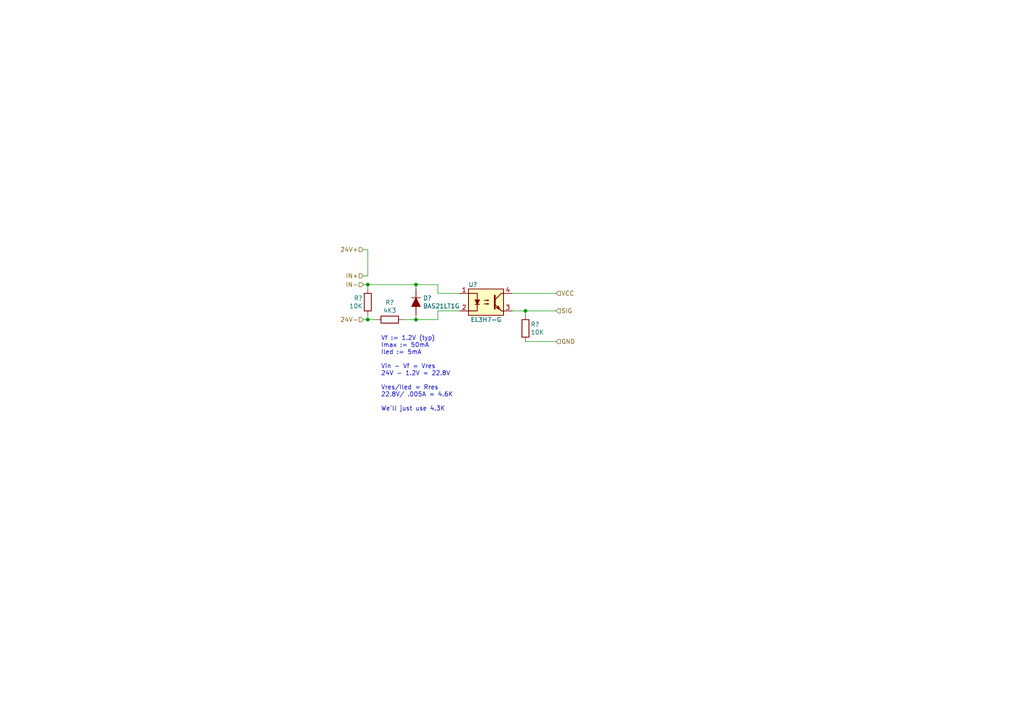
<source format=kicad_sch>
(kicad_sch (version 20211123) (generator eeschema)
  (paper "A4")
  (lib_symbols
    (symbol "Device:R" (pin_numbers hide) (pin_names (offset 0))
      (property "Reference" "R" (at 2.032 0 90))
      (property "Value" "R" (at 0 0 90))
      (symbol "R_0_1"
        (rectangle (start -1.016 -2.54) (end 1.016 2.54) (stroke (width 0.254)))
      )
      (symbol "R_1_1"
        (pin passive line (at 0 3.81 270) (length 1.27) (name "~") (number "1"))
        (pin passive line (at 0 -3.81 90) (length 1.27) (name "~") (number "2"))
      )
    )
    (symbol "william_diodes:BAS21LT1G" (pin_numbers hide) (pin_names (offset 0) hide)
      (property "Reference" "D" (at -1.27 3.81 0))
      (property "Value" "BAS21LT1G" (at 0 -2.54 0))
      (symbol "BAS21LT1G_1_1"
        (polyline (pts (xy -1.27 1.27) (xy -1.27 -1.27)) (stroke (width 0.2032)))
        (polyline (pts (xy 1.27 0) (xy -1.27 0)))
        (polyline (pts (xy 1.27 1.27) (xy 1.27 -1.27) (xy -1.27 0) (xy 1.27 1.27)) (stroke (width 0.2032)) (fill (type outline)))
        (pin passive line (at 3.81 0 180) (length 2.54) (name "~") (number "1"))
        (pin no_connect line (at -1.27 -2.54 90) (length 2.54) hide (name "NC") (number "2"))
        (pin passive line (at -3.81 0 0) (length 2.54) (name "~") (number "3"))
      )
    )
    (symbol "william_optoisolators:EL3H7-G" (pin_names (offset 1.016))
      (property "Reference" "U" (at -3.81 5.08 0))
      (property "Value" "EL3H7-G" (at -1.27 -5.08 0))
      (symbol "EL3H7-G_1_1"
        (rectangle (start -5.08 3.81) (end 5.08 -3.81) (stroke (width 0.254)) (fill (type background)))
        (polyline (pts (xy -3.175 -0.635) (xy -1.905 -0.635)) (stroke (width 0.254)))
        (polyline (pts (xy 2.54 1.905) (xy 2.54 -1.905) (xy 2.54 -1.905)) (stroke (width 0.508)))
        (polyline (pts (xy 5.08 -2.54) (xy 4.445 -2.54) (xy 2.54 -0.635)) (stroke (width 0.254)))
        (polyline (pts (xy 5.08 2.54) (xy 4.445 2.54) (xy 2.54 0.635)) (stroke (width 0.254)))
        (polyline (pts (xy -5.08 -2.54) (xy -2.54 -2.54) (xy -2.54 2.54) (xy -5.08 2.54)) (stroke (width 0.254)))
        (polyline (pts (xy -2.54 -0.635) (xy -3.175 0.635) (xy -1.905 0.635) (xy -2.54 -0.635)) (stroke (width 0.254)) (fill (type outline)))
        (polyline (pts (xy -0.508 -0.508) (xy 0.762 -0.508) (xy 0.381 -0.635) (xy 0.381 -0.381) (xy 0.762 -0.508)) (stroke (width 0.254)))
        (polyline (pts (xy -0.508 0.508) (xy 0.762 0.508) (xy 0.381 0.381) (xy 0.381 0.635) (xy 0.762 0.508)) (stroke (width 0.254)))
        (polyline (pts (xy 3.048 -1.651) (xy 3.556 -1.143) (xy 4.064 -2.159) (xy 3.048 -1.651) (xy 3.048 -1.651)) (stroke (width 0.254)) (fill (type outline)))
        (pin passive line (at -7.62 2.54 0) (length 2.54) (name "~") (number "1"))
        (pin passive line (at -7.62 -2.54 0) (length 2.54) (name "~") (number "2"))
        (pin passive line (at 7.62 -2.54 180) (length 2.54) (name "~") (number "3"))
        (pin passive line (at 7.62 2.54 180) (length 2.54) (name "~") (number "4"))
      )
    )
  )
  (junction (at 120.65 82.55))
  (junction (at 106.68 92.71))
  (junction (at 152.4 90.17))
  (junction (at 120.65 92.71))
  (junction (at 106.68 82.55))
  (wire (pts (xy 106.68 92.71) (xy 109.22 92.71)))
  (wire (pts (xy 148.59 90.17) (xy 152.4 90.17)))
  (wire (pts (xy 106.68 83.82) (xy 106.68 82.55)))
  (wire (pts (xy 105.41 72.39) (xy 106.68 72.39)))
  (wire (pts (xy 152.4 90.17) (xy 161.29 90.17)))
  (wire (pts (xy 127 92.71) (xy 127 90.17)))
  (wire (pts (xy 120.65 82.55) (xy 120.65 83.82)))
  (wire (pts (xy 105.41 92.71) (xy 106.68 92.71)))
  (wire (pts (xy 106.68 91.44) (xy 106.68 92.71)))
  (wire (pts (xy 148.59 85.09) (xy 161.29 85.09)))
  (wire (pts (xy 127 82.55) (xy 127 85.09)))
  (wire (pts (xy 120.65 82.55) (xy 127 82.55)))
  (wire (pts (xy 120.65 91.44) (xy 120.65 92.71)))
  (wire (pts (xy 133.35 85.09) (xy 127 85.09)))
  (wire (pts (xy 152.4 99.06) (xy 161.29 99.06)))
  (wire (pts (xy 105.41 82.55) (xy 106.68 82.55)))
  (wire (pts (xy 106.68 82.55) (xy 120.65 82.55)))
  (wire (pts (xy 127 90.17) (xy 133.35 90.17)))
  (wire (pts (xy 120.65 92.71) (xy 116.84 92.71)))
  (wire (pts (xy 127 92.71) (xy 120.65 92.71)))
  (wire (pts (xy 105.41 80.01) (xy 106.68 80.01)))
  (wire (pts (xy 152.4 91.44) (xy 152.4 90.17)))
  (wire (pts (xy 106.68 72.39) (xy 106.68 80.01)))
  (text "Vf := 1.2V (typ)\nImax := 50mA\nIled := 5mA\n\nVin - Vf = Vres\n24V - 1.2V = 22.8V\n\nVres/Iled = Rres\n22.8V/ .005A = 4.6K\n\nWe'll just use 4.3K" (at 110.49 119.38 0) (effects (font (size 1.27 1.27)) (justify left bottom)))
  (hierarchical_label "24V+" (shape input) (at 105.41 72.39 180))
  (hierarchical_label "IN+" (shape input) (at 105.41 80.01 180))
  (hierarchical_label "24V-" (shape input) (at 105.41 92.71 180))
  (hierarchical_label "SIG" (shape input) (at 161.29 90.17 0))
  (hierarchical_label "VCC" (shape input) (at 161.29 85.09 0))
  (hierarchical_label "IN-" (shape input) (at 105.41 82.55 180))
  (hierarchical_label "GND" (shape input) (at 161.29 99.06 0))
  (symbol (lib_id "Device:R") (at 113.03 92.71 270) (unit 1)
    (property "Reference" "R?" (at 113.03 87.7316 90))
    (property "Value" "4K3" (at 113.03 90.043 90))
    (property "Footprint" "Resistor_SMD:R_0603_1608Metric" (effects hide))
  )
  (symbol (lib_id "Device:R") (at 106.68 87.63 0) (unit 1)
    (property "Reference" "R?" (at 105.1814 86.4616 0) (effects (justify right)))
    (property "Value" "10K" (at 105.1814 88.773 0) (effects (justify right)))
    (property "Footprint" "Resistor_SMD:R_0603_1608Metric" (effects hide))
  )
  (symbol (lib_id "william_diodes:BAS21LT1G") (at 120.65 87.63 270) (unit 1)
    (property "Reference" "D?" (at 122.6566 86.4616 90) (effects (justify left)))
    (property "Value" "BAS21LT1G" (at 122.6566 88.773 90) (effects (justify left)))
    (property "Footprint" "Package_TO_SOT_SMD:SOT-23" (effects hide))
  )
  (symbol (lib_id "william_optoisolators:EL3H7-G") (at 140.97 87.63 0) (unit 1)
    (property "Reference" "U?" (at 137.16 82.55 0))
    (property "Value" "EL3H7-G" (at 140.97 92.71 0))
    (property "Footprint" "Package_SO:SOP-4_4.4x2.8mm_P1.27mm" (effects hide))
  )
  (symbol (lib_id "Device:R") (at 152.4 95.25 0) (unit 1)
    (property "Reference" "R?" (at 153.8986 94.0816 0) (effects (justify left)))
    (property "Value" "10K" (at 153.8986 96.393 0) (effects (justify left)))
    (property "Footprint" "Resistor_SMD:R_0603_1608Metric" (effects hide))
  )
)
</source>
